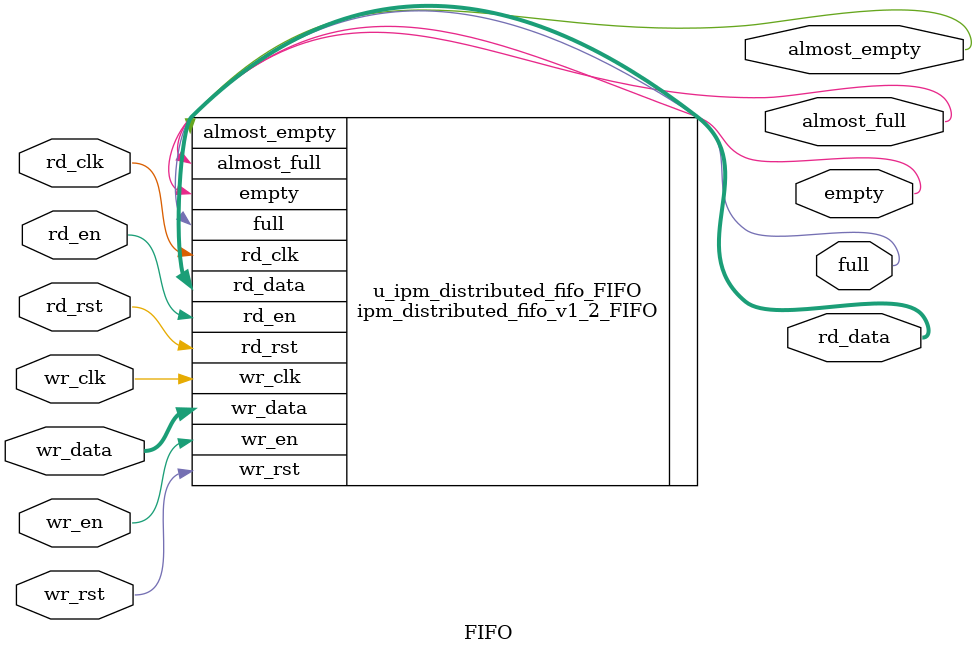
<source format=v>



`timescale 1 ns / 1 ps
module FIFO
 (
  wr_data         ,
  wr_en           ,
  
  wr_clk          ,
  wr_rst          ,
  
  full            ,
  almost_full     ,
  
  rd_data         ,
  rd_en           ,
  
  rd_clk          ,
  rd_rst          ,
  
  empty           ,
  
  almost_empty
);

    localparam ADDR_WIDTH = 4 ; //@IPC int 4,10

    localparam DATA_WIDTH = 16 ; //@IPC int 1,256

    localparam OUT_REG = 0 ; //@IPC bool

    localparam RST_TYPE = "ASYNC" ; //@IPC enum ASYNC,SYNC

    localparam FIFO_TYPE = "ASYNC_FIFO" ; //@IPC enum ASYNC_FIFO,SYNC_FIFO

    localparam ALMOST_FULL_NUM = 11 ; //@IPC int 4,1024

    localparam ALMOST_EMPTY_NUM = 4 ; //@IPC int 4,1024

    localparam WR_WATER_LEVEL_ENABLE = 0 ; //@IPC bool

    localparam RD_WATER_LEVEL_ENABLE = 0 ; //@IPC bool

    input  wire  [DATA_WIDTH-1 : 0]      wr_data         ;  // input write data
    input  wire                          wr_en           ;  // input write enable 1 active
    
    input  wire                          wr_clk          ;  // async input write clock
    input  wire                          wr_rst          ;  // input write reset
    
    output wire                          full            ;  // input write full  flag 1 active
    output wire                          almost_full     ;  // output write almost full
    

    output wire  [DATA_WIDTH-1 : 0]      rd_data         ;  // output read data
    input  wire                          rd_en           ;  // input  read enable
    
    input  wire                          rd_clk          ;  // async input  read clock
    input  wire                          rd_rst          ;  // input read reset
    
    output wire                          empty           ;  // output read empty
    output wire                          almost_empty    ;  // output read water level
    

ipm_distributed_fifo_v1_2_FIFO
 #(
  .ADDR_WIDTH       (ADDR_WIDTH      ) ,  // fifo ADDR_WIDTH width 4 -- 10
  .DATA_WIDTH       (DATA_WIDTH      ) ,  // write data width 4 -- 256
  .OUT_REG          (OUT_REG         ) ,  // output register   legal value:0 or 1
  .RST_TYPE         (RST_TYPE        ) ,
  .FIFO_TYPE        (FIFO_TYPE       ) ,  // fifo type legal value "SYN" or "ASYN"
  .ALMOST_FULL_NUM  (ALMOST_FULL_NUM ) ,  // almost full number
  .ALMOST_EMPTY_NUM (ALMOST_EMPTY_NUM)    // almost full number
)u_ipm_distributed_fifo_FIFO
 (
  .wr_data          (wr_data         ) ,  // input write data
  .wr_en            (wr_en           ) ,  // input write enable 1 active
  
  .wr_clk           (wr_clk          ) ,  // input write clock
  .wr_rst           (wr_rst          ) ,  // input write reset
  
  .full             (full            ) ,  // input write full  flag 1 active
  .almost_full      (almost_full     ) ,  // output write almost full
  
  .rd_data          (rd_data         ) ,  // output read data
  .rd_en            (rd_en           ) ,  // input  read enable
  
  .rd_clk           (rd_clk          ) ,  // input  read clock
  .rd_rst           (rd_rst          ) ,  // input read reset
  
  .empty            (empty           ) ,  // output read empty
  
  .almost_empty     (almost_empty    )
);
endmodule

</source>
